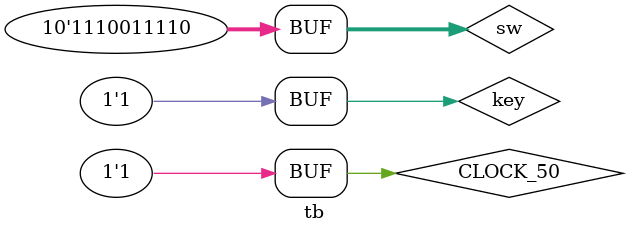
<source format=v>
module part2(input [9:0]SW,
				 input [0:0]KEY,
				 input CLOCK_50,
				 output [6:0]HEX0,
				 output [6:0]HEX1,
				 output [6:0]HEX2,
				 output [6:0]HEX3);

				 
	wire [3:0]bcdmin0,bcdmin1,bcdhour1,bcdhour0;
	wire CLOCK_min,CLOCK_hour;
	wire [6:0]minutes,hours;
	wire [6:0]minSart;
	wire [5:0]hourStart;
	
	assign minSart[6:0] = SW[6:0];
	assign hourStart[5:0] = {3'b0 , SW[9:7]};
	
	Clock_divider minuteClock(CLOCK_50,CLOCK_min);
	
	count countmin(7'd60,CLOCK_min,KEY[0],minSart[6:0],minutes[6:0],CLOCK_hour);
	BintoBCD min(minutes,bcdmin0,bcdmin1);
	BCDto7 min0(bcdmin0,HEX0);
	BCDto7 min1(bcdmin1,HEX1);
	
	count counthour(7'd24,CLOCK_hour,KEY[0],hourStart[5:0],hours[6:0]);
	BintoBCD hour(hours,bcdhour0,bcdhour1);
	BCDto7 hour0(bcdhour0,HEX2);
	BCDto7 hour1(bcdhour1,HEX3);
				 
endmodule

module BCDto7(input [3:0]sw,
				 output [6:0]hex);
				 
	assign hex[0] =  ~(sw[3] | sw[1] | (sw[2] ~^ sw[0]));
	assign hex[1] =  ~(~sw[2] | (sw[0] ~^ sw[1]));
	assign hex[2] =  ~(sw[2] | ~sw[1] | sw[0]);
	assign hex[3] =  ~(~sw[2]&~sw[0] | sw[1]&~sw[0] | sw[2]&~sw[1]&sw[0] | ~sw[2]&sw[1] | sw[3]);
	assign hex[4] =  ~(~sw[2]&~sw[0] | sw[1]&~sw[0]);
	assign hex[5] =  ~(sw[3] | ~sw[1]&~sw[0] | sw[2]&~sw[1] | sw[2]&~sw[0]);
	assign hex[6] =  ~(sw[3] | sw[1]&~sw[0] | sw[2]^sw[1]);
	
endmodule

module BintoBCD(input [6:0]bin,
					 output [3:0]bcd0,bcd1);
			
	assign bcd0 = bin%7'd10;
	assign bcd1 = bin/7'd10;
endmodule

module Clock_divider(input clock_in,
							output reg clock_out);

	reg[31:0] counter=32'd0;
	parameter DIVISOR = 32'd50000000;

	always @(posedge clock_in)
	begin
		counter <= counter + 21'd1;
		if(counter>=(DIVISOR-1))
			counter <= 32'd0;
	end

	always@(posedge clock_in)
	begin
		if (counter < DIVISOR/2 )
			clock_out = 1'b0;
		else 
			clock_out = 1'b1;
	end	
endmodule

module count(input [6:0]countEnd,
				 input Clk,
				 input reset,
				 input [6:0]countInit,
				 output reg [6:0]count,
				 output reg rollOver);

	always@(posedge Clk or negedge reset)
	begin
		if (reset == 0)
			count <=  countInit;
		else
		begin 
			if (Clk ==1)
			begin
				count <= count + 1'b1;
				rollOver = 1'b0;
				
				if (count >= (countEnd - 1'b1))
				begin
					count <= 1'b0;
					rollOver = 1'b1;
				end
			end
		end
	end
				 
endmodule 




module tb();
	reg CLOCK_50;
	reg [9:0]sw;
	reg [0:0]key;
	wire [6:0]hex0,hex1,hex2,hex3;
	
	part2 test(sw,key,CLOCK_50,hex0,hex1,hex2,hex3);
	
	initial begin
		#0 	CLOCK_50 = 1'b0;	key[0] = 1'b1;
		#100 	CLOCK_50 = 1'b0; 
		#100 	CLOCK_50 = 1'b1;
		#100 	CLOCK_50 = 1'b0;
		#100 	CLOCK_50 = 1'b1;
		#100 	CLOCK_50 = 1'b0;
		#100 	CLOCK_50 = 1'b1;
		#100 	CLOCK_50 = 1'b0;
		#100 	CLOCK_50 = 1'b1;
		#100 	CLOCK_50 = 1'b0;
		#100 	CLOCK_50 = 1'b1;
		#100 	CLOCK_50 = 1'b0;
		#100 	CLOCK_50 = 1'b1;
		#100 	CLOCK_50 = 1'b0;
		#100 	CLOCK_50 = 1'b1;
		#100 	CLOCK_50 = 1'b0;
		#100 	CLOCK_50 = 1'b1;
		#100 	CLOCK_50 = 1'b0;
		#100 	CLOCK_50 = 1'b1;
		#100 	CLOCK_50 = 1'b0;
		#100 	CLOCK_50 = 1'b1;
		#100 	CLOCK_50 = 1'b0;
		#100 	CLOCK_50 = 1'b1;
		#100 	CLOCK_50 = 1'b0;
		#100 	CLOCK_50 = 1'b1;
		#100 	CLOCK_50 = 1'b0;
		#100 	CLOCK_50 = 1'b1;
		#100 	CLOCK_50 = 1'b0;
		#100 	CLOCK_50 = 1'b1;
		#100 	CLOCK_50 = 1'b0;
		#100 	CLOCK_50 = 1'b1;
		#100 	CLOCK_50 = 1'b0;
		#100 	CLOCK_50 = 1'b1;
		#100 	CLOCK_50 = 1'b0;
		#100 	CLOCK_50 = 1'b1;
		#100 	CLOCK_50 = 1'b0;
		#100 	CLOCK_50 = 1'b1;
		#100 	CLOCK_50 = 1'b0;
		#100 	CLOCK_50 = 1'b1;
		#100 	CLOCK_50 = 1'b0;
		#100 	CLOCK_50 = 1'b1;
		#100 	CLOCK_50 = 1'b0;
		#100 	CLOCK_50 = 1'b1;
		#100 	CLOCK_50 = 1'b0;
		#100 	CLOCK_50 = 1'b1;
		#100 	CLOCK_50 = 1'b0;
		#100 	CLOCK_50 = 1'b1;
		#100 	CLOCK_50 = 1'b0;
		#100 	CLOCK_50 = 1'b1;
		#100 	CLOCK_50 = 1'b0;
		#100 	CLOCK_50 = 1'b1;
		#100 	CLOCK_50 = 1'b0;
		#100 	CLOCK_50 = 1'b1;
		#100 	CLOCK_50 = 1'b0;
		#100 	CLOCK_50 = 1'b1;
		#100 	CLOCK_50 = 1'b0;
		#100 	CLOCK_50 = 1'b1;
		#100 	CLOCK_50 = 1'b0;
		#100 	CLOCK_50 = 1'b1;
		#100 	CLOCK_50 = 1'b0;
		#100 	CLOCK_50 = 1'b1;
		#100 	CLOCK_50 = 1'b0;
		#100 	CLOCK_50 = 1'b1;
		#100 	CLOCK_50 = 1'b0;
		#100 	CLOCK_50 = 1'b1;
		#100 	CLOCK_50 = 1'b0;
		#100 	CLOCK_50 = 1'b1;
		#100 	CLOCK_50 = 1'b0;
		#100 	CLOCK_50 = 1'b1;
		#100 	CLOCK_50 = 1'b0;
		#100 	CLOCK_50 = 1'b1;
		#100 	CLOCK_50 = 1'b0;
		#100 	CLOCK_50 = 1'b1;
		#100 	CLOCK_50 = 1'b0;
		#100 	CLOCK_50 = 1'b1;
		#100 	CLOCK_50 = 1'b0;
		#100 	CLOCK_50 = 1'b1;
		#100 	CLOCK_50 = 1'b0;
		#100 	CLOCK_50 = 1'b1;
		#100 	CLOCK_50 = 1'b0;
		#100 	CLOCK_50 = 1'b1;
		#100 	CLOCK_50 = 1'b0;
		#100 	CLOCK_50 = 1'b1;
		#100 	CLOCK_50 = 1'b0;
		#100 	CLOCK_50 = 1'b1;
		#100 	CLOCK_50 = 1'b0;
		#100 	CLOCK_50 = 1'b1;
		#100 	CLOCK_50 = 1'b0;
		#100 	CLOCK_50 = 1'b1;
		#100 	CLOCK_50 = 1'b0;	
		#100 	CLOCK_50 = 1'b1;
		#100 	CLOCK_50 = 1'b0;
		#100 	CLOCK_50 = 1'b1;
		#100 	CLOCK_50 = 1'b0;
		#100 	CLOCK_50 = 1'b1;
		#100 	CLOCK_50 = 1'b0;
		#100 	CLOCK_50 = 1'b1;
		#100 	CLOCK_50 = 1'b0;
		#100 	CLOCK_50 = 1'b1;
		#100 	CLOCK_50 = 1'b0;
		#100 	CLOCK_50 = 1'b1;
		#100 	CLOCK_50 = 1'b0;
		#100 	CLOCK_50 = 1'b1;
		#100 	CLOCK_50 = 1'b0;
		#100 	CLOCK_50 = 1'b1;
		#100 	CLOCK_50 = 1'b0;
		#100 	CLOCK_50 = 1'b1;
		#100 	CLOCK_50 = 1'b0;
		#100 	CLOCK_50 = 1'b1;
		#100 	CLOCK_50 = 1'b0;
		#100 	CLOCK_50 = 1'b1;
		#100 	CLOCK_50 = 1'b0;
		#100 	CLOCK_50 = 1'b1;
		#100 	CLOCK_50 = 1'b0;
		#100 	CLOCK_50 = 1'b1;
		#100 	CLOCK_50 = 1'b0;
		#100 	CLOCK_50 = 1'b1;
		#100 	CLOCK_50 = 1'b0;
		#100 	CLOCK_50 = 1'b1;
		#100 	CLOCK_50 = 1'b0;
		#100 	CLOCK_50 = 1'b1;
		#100 	CLOCK_50 = 1'b0;
		#100 	CLOCK_50 = 1'b1;
		#100 	CLOCK_50 = 1'b0;
		#100 	CLOCK_50 = 1'b1;
		#100 	CLOCK_50 = 1'b0;
		#100 	CLOCK_50 = 1'b1;
		#100 	CLOCK_50 = 1'b0;
		#100 	CLOCK_50 = 1'b1;
		#100 	CLOCK_50 = 1'b0;
		#100 	CLOCK_50 = 1'b1;
		#100 	CLOCK_50 = 1'b0;
		#100 	CLOCK_50 = 1'b1;
		#100 	CLOCK_50 = 1'b0;
		#100 	CLOCK_50 = 1'b1;
		#100 	CLOCK_50 = 1'b0;
		#100 	CLOCK_50 = 1'b1;
		#100 	CLOCK_50 = 1'b0;
		#100 	CLOCK_50 = 1'b1;
		#100 	CLOCK_50 = 1'b0;
		#100 	CLOCK_50 = 1'b1;
		#100 	CLOCK_50 = 1'b0;
		#100 	CLOCK_50 = 1'b1;
		#100 	CLOCK_50 = 1'b0;
		#100 	CLOCK_50 = 1'b1;
		#100 	CLOCK_50 = 1'b0;
		#100 	CLOCK_50 = 1'b1;
		#100 	CLOCK_50 = 1'b0;
		#100 	CLOCK_50 = 1'b1;
		#100 	CLOCK_50 = 1'b0;
		#100 	CLOCK_50 = 1'b1;
		#100 	CLOCK_50 = 1'b0;
		#100 	CLOCK_50 = 1'b1;
		#100 	CLOCK_50 = 1'b0;
		#100 	CLOCK_50 = 1'b1;
		#100 	CLOCK_50 = 1'b0;
		#100 	CLOCK_50 = 1'b1;
		#100 	CLOCK_50 = 1'b0;
		#100 	CLOCK_50 = 1'b1;
		#100 	CLOCK_50 = 1'b0;
		#100 	CLOCK_50 = 1'b1;
		#100 	CLOCK_50 = 1'b0;
		#100 	CLOCK_50 = 1'b1;
		#100 	CLOCK_50 = 1'b0;
		#100 	CLOCK_50 = 1'b1;
		#100 	CLOCK_50 = 1'b0;
		#100 	CLOCK_50 = 1'b1;
		#100 	CLOCK_50 = 1'b0;
		#100 	CLOCK_50 = 1'b1;
		#100 	CLOCK_50 = 1'b0;
		#100 	CLOCK_50 = 1'b1;
		#100 	CLOCK_50 = 1'b0;
		#100 	CLOCK_50 = 1'b1;
		#100 	CLOCK_50 = 1'b0;
		#100 	CLOCK_50 = 1'b1;
		#100 	CLOCK_50 = 1'b0;
		#100 	CLOCK_50 = 1'b1;
		#100 	CLOCK_50 = 1'b0;
		#100 	CLOCK_50 = 1'b1;
		#100 	CLOCK_50 = 1'b0;
		#100 	CLOCK_50 = 1'b1;
		#100 	CLOCK_50 = 1'b0;
		#100 	CLOCK_50 = 1'b1;
		#100 	CLOCK_50 = 1'b0;
		#100 	CLOCK_50 = 1'b1;
		#100 	CLOCK_50 = 1'b0;
		#100 	CLOCK_50 = 1'b1;
		#100 	CLOCK_50 = 1'b0;
		#100 	CLOCK_50 = 1'b1;
		#100 	CLOCK_50 = 1'b0;
		#100 	CLOCK_50 = 1'b1;
		#100 	CLOCK_50 = 1'b0;
		#100 	CLOCK_50 = 1'b1;
		#100 	CLOCK_50 = 1'b0;
		#100 	CLOCK_50 = 1'b1;
		#100 	CLOCK_50 = 1'b0;
		#100 	CLOCK_50 = 1'b1;
		#100 	CLOCK_50 = 1'b0;
		#100 	CLOCK_50 = 1'b1;
		#100 	CLOCK_50 = 1'b0;
		#100 	CLOCK_50 = 1'b1;
		#100 	CLOCK_50 = 1'b0;
		#100 	CLOCK_50 = 1'b1;
		#100 	CLOCK_50 = 1'b0;
		#100 	CLOCK_50 = 1'b1;
		#100 	CLOCK_50 = 1'b0;
		#100 	CLOCK_50 = 1'b1;
		#100 	CLOCK_50 = 1'b0;
		#100 	CLOCK_50 = 1'b1;
		#100 	CLOCK_50 = 1'b0;
		#100 	CLOCK_50 = 1'b1;
		#100 	CLOCK_50 = 1'b0;
		#100 	CLOCK_50 = 1'b1;
		#100 	CLOCK_50 = 1'b0;
		#100 	CLOCK_50 = 1'b1;
		#100 	CLOCK_50 = 1'b0;
		#100 	CLOCK_50 = 1'b1;
		#100 	CLOCK_50 = 1'b0;
		#100 	CLOCK_50 = 1'b1;
		#100 	CLOCK_50 = 1'b0;
		#100 	CLOCK_50 = 1'b1;
		#100 	CLOCK_50 = 1'b0;
		#100 	CLOCK_50 = 1'b1;
		#100 	CLOCK_50 = 1'b0;
		#100 	CLOCK_50 = 1'b1;
		#100 	CLOCK_50 = 1'b0;
		#100 	CLOCK_50 = 1'b1;
		#100 	CLOCK_50 = 1'b0;
		#100 	CLOCK_50 = 1'b1;
		#100 	CLOCK_50 = 1'b0;
		#100 	CLOCK_50 = 1'b1;
		#100 	CLOCK_50 = 1'b0;
		#100 	CLOCK_50 = 1'b1;
		#100 	CLOCK_50 = 1'b0;
		#100 	CLOCK_50 = 1'b1;
		#100 	CLOCK_50 = 1'b0;
		#100 	CLOCK_50 = 1'b1;
		#100 	CLOCK_50 = 1'b0;
		#100 	CLOCK_50 = 1'b1;	sw[9:0] = 10'b1110011110;
		#100 	CLOCK_50 = 1'b0;
		#100 	CLOCK_50 = 1'b1;	key[0] = 1'b0;		
		#100 	CLOCK_50 = 1'b0;	key[0] = 1'b0; 
		#100 	CLOCK_50 = 1'b1;	key[0] = 1'b1;
		#100 	CLOCK_50 = 1'b0;
		#100 	CLOCK_50 = 1'b1;
		#100 	CLOCK_50 = 1'b0;
		#100 	CLOCK_50 = 1'b1;
		#100 	CLOCK_50 = 1'b0;
		#100 	CLOCK_50 = 1'b1;
		#100 	CLOCK_50 = 1'b0;
		#100 	CLOCK_50 = 1'b1;
		#100 	CLOCK_50 = 1'b0;
		#100 	CLOCK_50 = 1'b1;
		#100 	CLOCK_50 = 1'b0;
		#100 	CLOCK_50 = 1'b1;
		#100 	CLOCK_50 = 1'b0;
		#100 	CLOCK_50 = 1'b1;
		#100 	CLOCK_50 = 1'b0;
		#100 	CLOCK_50 = 1'b1;
		#100 	CLOCK_50 = 1'b0;
		#100 	CLOCK_50 = 1'b1;
		#100 	CLOCK_50 = 1'b0;
		#100 	CLOCK_50 = 1'b1;
		#100 	CLOCK_50 = 1'b0;
		#100 	CLOCK_50 = 1'b1;
		#100 	CLOCK_50 = 1'b0;
		#100 	CLOCK_50 = 1'b1;
		#100 	CLOCK_50 = 1'b0;
		#100 	CLOCK_50 = 1'b1;
		#100 	CLOCK_50 = 1'b0;
		#100 	CLOCK_50 = 1'b1;
		#100 	CLOCK_50 = 1'b0;
		#100 	CLOCK_50 = 1'b1;
		#100 	CLOCK_50 = 1'b0;
		#100 	CLOCK_50 = 1'b1;
		#100 	CLOCK_50 = 1'b0;
		#100 	CLOCK_50 = 1'b1;
		#100 	CLOCK_50 = 1'b0;
		#100 	CLOCK_50 = 1'b1;
		#100 	CLOCK_50 = 1'b0;
		#100 	CLOCK_50 = 1'b1;
		#100 	CLOCK_50 = 1'b0;
		#100 	CLOCK_50 = 1'b1;
		#100 	CLOCK_50 = 1'b0;
		#100 	CLOCK_50 = 1'b1;
		#100 	CLOCK_50 = 1'b0;
		#100 	CLOCK_50 = 1'b1;
		#100 	CLOCK_50 = 1'b0;
		#100 	CLOCK_50 = 1'b1;
		#100 	CLOCK_50 = 1'b0;
		#100 	CLOCK_50 = 1'b1;
		#100 	CLOCK_50 = 1'b0;
		#100 	CLOCK_50 = 1'b1;
		#100 	CLOCK_50 = 1'b0;
		#100 	CLOCK_50 = 1'b1;
		#100 	CLOCK_50 = 1'b0;
		#100 	CLOCK_50 = 1'b1;
		#100 	CLOCK_50 = 1'b0;
		#100 	CLOCK_50 = 1'b1;
		#100 	CLOCK_50 = 1'b0;
		#100 	CLOCK_50 = 1'b1;
		#100 	CLOCK_50 = 1'b0;
		#100 	CLOCK_50 = 1'b1;
		#100 	CLOCK_50 = 1'b0;
		#100 	CLOCK_50 = 1'b1;
		#100 	CLOCK_50 = 1'b0;
		#100 	CLOCK_50 = 1'b1;
		#100 	CLOCK_50 = 1'b0;
		#100 	CLOCK_50 = 1'b1;
		#100 	CLOCK_50 = 1'b0;
		#100 	CLOCK_50 = 1'b1;
		#100 	CLOCK_50 = 1'b0;
		#100 	CLOCK_50 = 1'b1;
		#100 	CLOCK_50 = 1'b0;
		#100 	CLOCK_50 = 1'b1;
		#100 	CLOCK_50 = 1'b0;
		#100 	CLOCK_50 = 1'b1;
		#100 	CLOCK_50 = 1'b0;
		#100 	CLOCK_50 = 1'b1;
		#100 	CLOCK_50 = 1'b0;
		#100 	CLOCK_50 = 1'b1;
		#100 	CLOCK_50 = 1'b0;
		#100 	CLOCK_50 = 1'b1;
		#100 	CLOCK_50 = 1'b0;
		#100 	CLOCK_50 = 1'b1;
		#100 	CLOCK_50 = 1'b0;
		#100 	CLOCK_50 = 1'b1;
		#100 	CLOCK_50 = 1'b0;
		#100 	CLOCK_50 = 1'b1;
		#100 	CLOCK_50 = 1'b0;
		#100 	CLOCK_50 = 1'b1;
		#100 	CLOCK_50 = 1'b0;
		#100 	CLOCK_50 = 1'b1;
		#100 	CLOCK_50 = 1'b0;
		#100 	CLOCK_50 = 1'b1;
		#100 	CLOCK_50 = 1'b0;
		#100 	CLOCK_50 = 1'b1;
		#100 	CLOCK_50 = 1'b0;
		#100 	CLOCK_50 = 1'b1;
		#100 	CLOCK_50 = 1'b0;
		#100 	CLOCK_50 = 1'b1;
		#100 	CLOCK_50 = 1'b0;
		#100 	CLOCK_50 = 1'b1;
		#100 	CLOCK_50 = 1'b0;
		#100 	CLOCK_50 = 1'b1;
		#100 	CLOCK_50 = 1'b0;
		#100 	CLOCK_50 = 1'b1;
		#100 	CLOCK_50 = 1'b0;
		#100 	CLOCK_50 = 1'b1;
		#100 	CLOCK_50 = 1'b0;
		#100 	CLOCK_50 = 1'b1;
		#100 	CLOCK_50 = 1'b0;
		#100 	CLOCK_50 = 1'b1;
		#100 	CLOCK_50 = 1'b0;
		#100 	CLOCK_50 = 1'b1;
		#100 	CLOCK_50 = 1'b0;
		#100 	CLOCK_50 = 1'b1;
		#100 	CLOCK_50 = 1'b0;
		#100 	CLOCK_50 = 1'b1;
		#100 	CLOCK_50 = 1'b0;
		#100 	CLOCK_50 = 1'b1;
		#100 	CLOCK_50 = 1'b0;
		#100 	CLOCK_50 = 1'b1;
		#100 	CLOCK_50 = 1'b0;
		#100 	CLOCK_50 = 1'b1;
		#100 	CLOCK_50 = 1'b0;
		#100 	CLOCK_50 = 1'b1;
		#100 	CLOCK_50 = 1'b0;
		#100 	CLOCK_50 = 1'b1;
		#100 	CLOCK_50 = 1'b0;
		#100 	CLOCK_50 = 1'b1;
		#100 	CLOCK_50 = 1'b0;
		#100 	CLOCK_50 = 1'b1;
		#100 	CLOCK_50 = 1'b0;
		#100 	CLOCK_50 = 1'b1;
		#100 	CLOCK_50 = 1'b0;
		#100 	CLOCK_50 = 1'b1;
		#100 	CLOCK_50 = 1'b0;
		#100 	CLOCK_50 = 1'b1;
		#100 	CLOCK_50 = 1'b0;
		#100 	CLOCK_50 = 1'b1;
		#100 	CLOCK_50 = 1'b0;
		#100 	CLOCK_50 = 1'b1;
		#100 	CLOCK_50 = 1'b0;
		#100 	CLOCK_50 = 1'b1;
		#100 	CLOCK_50 = 1'b0;
		#100 	CLOCK_50 = 1'b1;
		#100 	CLOCK_50 = 1'b0;
		#100 	CLOCK_50 = 1'b1;
		#100 	CLOCK_50 = 1'b0;
		#100 	CLOCK_50 = 1'b1;
		#100 	CLOCK_50 = 1'b0;
		#100 	CLOCK_50 = 1'b1;
		#100 	CLOCK_50 = 1'b0;
		#100 	CLOCK_50 = 1'b1;
		#100 	CLOCK_50 = 1'b0;
		#100 	CLOCK_50 = 1'b1;
		#100 	CLOCK_50 = 1'b0;
		#100 	CLOCK_50 = 1'b1;
		#100 	CLOCK_50 = 1'b0;
		#100 	CLOCK_50 = 1'b1;
		#100 	CLOCK_50 = 1'b0;
		#100 	CLOCK_50 = 1'b1;
		#100 	CLOCK_50 = 1'b0;
		#100 	CLOCK_50 = 1'b1;
		#100 	CLOCK_50 = 1'b0;
		#100 	CLOCK_50 = 1'b1;
		#100 	CLOCK_50 = 1'b0;
		#100 	CLOCK_50 = 1'b1;
		#100 	CLOCK_50 = 1'b0;
		#100 	CLOCK_50 = 1'b1;
		#100 	CLOCK_50 = 1'b0;
		#100 	CLOCK_50 = 1'b1;
		#100 	CLOCK_50 = 1'b0;
		#100 	CLOCK_50 = 1'b1;
		#100 	CLOCK_50 = 1'b0;
		#100 	CLOCK_50 = 1'b1;
		#100 	CLOCK_50 = 1'b0;
		#100 	CLOCK_50 = 1'b1;
		#100 	CLOCK_50 = 1'b0;
		#100 	CLOCK_50 = 1'b1;
		#100 	CLOCK_50 = 1'b0;
		#100 	CLOCK_50 = 1'b1;
		#100 	CLOCK_50 = 1'b0;
		#100 	CLOCK_50 = 1'b1;
		#100 	CLOCK_50 = 1'b0;
		#100 	CLOCK_50 = 1'b1;
		#100 	CLOCK_50 = 1'b0;
		#100 	CLOCK_50 = 1'b1;
		#100 	CLOCK_50 = 1'b0;
		#100 	CLOCK_50 = 1'b1;
		#100 	CLOCK_50 = 1'b0;
		#100 	CLOCK_50 = 1'b1;
		#100 	CLOCK_50 = 1'b0;
		#100 	CLOCK_50 = 1'b1;
		#100 	CLOCK_50 = 1'b0;
		#100 	CLOCK_50 = 1'b1;
		#100 	CLOCK_50 = 1'b0;
		#100 	CLOCK_50 = 1'b1;
		#100 	CLOCK_50 = 1'b0;
		#100 	CLOCK_50 = 1'b1;
		#100 	CLOCK_50 = 1'b0;
		#100 	CLOCK_50 = 1'b1;
		#100 	CLOCK_50 = 1'b0;
		#100 	CLOCK_50 = 1'b1;
		#100 	CLOCK_50 = 1'b0;
		#100 	CLOCK_50 = 1'b1;
		#100 	CLOCK_50 = 1'b0;
		#100 	CLOCK_50 = 1'b1;
		#100 	CLOCK_50 = 1'b0;
		#100 	CLOCK_50 = 1'b1;
		#100 	CLOCK_50 = 1'b0;
		#100 	CLOCK_50 = 1'b1;
		#100 	CLOCK_50 = 1'b0;
		#100 	CLOCK_50 = 1'b1;
		#100 	CLOCK_50 = 1'b0;
		#100 	CLOCK_50 = 1'b1;
		#100 	CLOCK_50 = 1'b0;
		#100 	CLOCK_50 = 1'b1;
		#100 	CLOCK_50 = 1'b0;
		#100 	CLOCK_50 = 1'b1;
		#100 	CLOCK_50 = 1'b0;
		#100 	CLOCK_50 = 1'b1;
		#100 	CLOCK_50 = 1'b0;
		#100 	CLOCK_50 = 1'b1;
		#100 	CLOCK_50 = 1'b0;
		#100 	CLOCK_50 = 1'b1;
		#100 	CLOCK_50 = 1'b0;
		#100 	CLOCK_50 = 1'b1;
		#100 	CLOCK_50 = 1'b0;
		#100 	CLOCK_50 = 1'b1;
		#100 	CLOCK_50 = 1'b0;
		#100 	CLOCK_50 = 1'b1;
		#100 	CLOCK_50 = 1'b0;
		#100 	CLOCK_50 = 1'b1;
		#100 	CLOCK_50 = 1'b0;
		#100 	CLOCK_50 = 1'b1;
		#100 	CLOCK_50 = 1'b0;
		#100 	CLOCK_50 = 1'b1;
		#100 	CLOCK_50 = 1'b0;
		#100 	CLOCK_50 = 1'b1;
		#100 	CLOCK_50 = 1'b0;
		#100 	CLOCK_50 = 1'b1;
		#100 	CLOCK_50 = 1'b0;
		#100 	CLOCK_50 = 1'b1;
		#100 	CLOCK_50 = 1'b0;
		#100 	CLOCK_50 = 1'b1;
		#100 	CLOCK_50 = 1'b0;
		#100 	CLOCK_50 = 1'b1;
		#100 	CLOCK_50 = 1'b0;
		#100 	CLOCK_50 = 1'b1;
		#100 	CLOCK_50 = 1'b0;
		#100 	CLOCK_50 = 1'b1;
		#100 	CLOCK_50 = 1'b0;
		#100 	CLOCK_50 = 1'b1;
		#100 	CLOCK_50 = 1'b0;
		#100 	CLOCK_50 = 1'b1;
		#100 	CLOCK_50 = 1'b0;
		#100 	CLOCK_50 = 1'b1;
		#100 	CLOCK_50 = 1'b0;
		#100 	CLOCK_50 = 1'b1;
		#100 	CLOCK_50 = 1'b0;
		#100 	CLOCK_50 = 1'b1;
		#100 	CLOCK_50 = 1'b0;
		#100 	CLOCK_50 = 1'b1;
		#100 	CLOCK_50 = 1'b0;
		#100 	CLOCK_50 = 1'b1;
		#100 	CLOCK_50 = 1'b0;
		#100 	CLOCK_50 = 1'b1;
		#100 	CLOCK_50 = 1'b0;
		#100 	CLOCK_50 = 1'b1;
		#100 	CLOCK_50 = 1'b0;
		#100 	CLOCK_50 = 1'b1;
		#100 	CLOCK_50 = 1'b0;
		#100 	CLOCK_50 = 1'b1;
		#100 	CLOCK_50 = 1'b0;
		#100 	CLOCK_50 = 1'b1;
		#100 	CLOCK_50 = 1'b0;
		#100 	CLOCK_50 = 1'b1;
		#100 	CLOCK_50 = 1'b0;
		#100 	CLOCK_50 = 1'b1;
		#100 	CLOCK_50 = 1'b0;
		#100 	CLOCK_50 = 1'b1;
		#100 	CLOCK_50 = 1'b0;
		#100 	CLOCK_50 = 1'b1;
		#100 	CLOCK_50 = 1'b0;
		#100 	CLOCK_50 = 1'b1;
		#100 	CLOCK_50 = 1'b0;
		#100 	CLOCK_50 = 1'b1;
		#100 	CLOCK_50 = 1'b0;
		#100 	CLOCK_50 = 1'b1;
		#100 	CLOCK_50 = 1'b0;
		#100 	CLOCK_50 = 1'b1;
		#100 	CLOCK_50 = 1'b0;
		#100 	CLOCK_50 = 1'b1;
		#100 	CLOCK_50 = 1'b0;
		#100 	CLOCK_50 = 1'b1;
		#100 	CLOCK_50 = 1'b0;
		#100 	CLOCK_50 = 1'b1;
		#100 	CLOCK_50 = 1'b0;
		#100 	CLOCK_50 = 1'b1;
		#100 	CLOCK_50 = 1'b0;
		#100 	CLOCK_50 = 1'b1;
		#100 	CLOCK_50 = 1'b0;
		#100 	CLOCK_50 = 1'b1;
		#100 	CLOCK_50 = 1'b0;
		#100 	CLOCK_50 = 1'b1;
		#100 	CLOCK_50 = 1'b0;
		#100 	CLOCK_50 = 1'b1;
		#100 	CLOCK_50 = 1'b0;
		#100 	CLOCK_50 = 1'b1;
		#100 	CLOCK_50 = 1'b0;
		#100 	CLOCK_50 = 1'b1;
		#100 	CLOCK_50 = 1'b0;
		#100 	CLOCK_50 = 1'b1;
		#100 	CLOCK_50 = 1'b0;
		#100 	CLOCK_50 = 1'b1;
		#100 	CLOCK_50 = 1'b0;
		#100 	CLOCK_50 = 1'b1;
		#100 	CLOCK_50 = 1'b0;
		#100 	CLOCK_50 = 1'b1;
		#100 	CLOCK_50 = 1'b0;
		#100 	CLOCK_50 = 1'b1;
		#100 	CLOCK_50 = 1'b0;
		#100 	CLOCK_50 = 1'b1;
		#100 	CLOCK_50 = 1'b0;
		#100 	CLOCK_50 = 1'b1;
		#100 	CLOCK_50 = 1'b0;
		#100 	CLOCK_50 = 1'b1;
		#100 	CLOCK_50 = 1'b0;
		#100 	CLOCK_50 = 1'b1;
		#100 	CLOCK_50 = 1'b0;
		#100 	CLOCK_50 = 1'b1;
		#100 	CLOCK_50 = 1'b0;
		#100 	CLOCK_50 = 1'b1;
		#100 	CLOCK_50 = 1'b0;
		#100 	CLOCK_50 = 1'b1;
		#100 	CLOCK_50 = 1'b0;
		#100 	CLOCK_50 = 1'b1;
		#100 	CLOCK_50 = 1'b0;
		#100 	CLOCK_50 = 1'b1;
		#100 	CLOCK_50 = 1'b0;
		#100 	CLOCK_50 = 1'b1;
		#100 	CLOCK_50 = 1'b0;
		#100 	CLOCK_50 = 1'b1;
		#100 	CLOCK_50 = 1'b0;
		#100 	CLOCK_50 = 1'b1;
		#100 	CLOCK_50 = 1'b0;
		#100 	CLOCK_50 = 1'b1;
		#100 	CLOCK_50 = 1'b0;
		#100 	CLOCK_50 = 1'b1;
		#100 	CLOCK_50 = 1'b0;
		#100 	CLOCK_50 = 1'b1;
		#100 	CLOCK_50 = 1'b0;
		#100 	CLOCK_50 = 1'b1;
		#100 	CLOCK_50 = 1'b0;
		#100 	CLOCK_50 = 1'b1;
		#100 	CLOCK_50 = 1'b0;
		#100 	CLOCK_50 = 1'b1;
		#100 	CLOCK_50 = 1'b0;
		#100 	CLOCK_50 = 1'b1;
		#100 	CLOCK_50 = 1'b0;
		#100 	CLOCK_50 = 1'b1;
		#100 	CLOCK_50 = 1'b0;
		#100 	CLOCK_50 = 1'b1;
		#100 	CLOCK_50 = 1'b0;
		#100 	CLOCK_50 = 1'b1;
		#100 	CLOCK_50 = 1'b0;
		#100 	CLOCK_50 = 1'b1;
		#100 	CLOCK_50 = 1'b0;
		#100 	CLOCK_50 = 1'b1;
		#100 	CLOCK_50 = 1'b0;
		#100 	CLOCK_50 = 1'b1;
		#100 	CLOCK_50 = 1'b0;
		#100 	CLOCK_50 = 1'b1;
		#100 	CLOCK_50 = 1'b0;
		#100 	CLOCK_50 = 1'b1;
		#100 	CLOCK_50 = 1'b0;
		#100 	CLOCK_50 = 1'b1;
		#100 	CLOCK_50 = 1'b0;
		#100 	CLOCK_50 = 1'b1;
		#100 	CLOCK_50 = 1'b0;
		#100 	CLOCK_50 = 1'b1;
		#100 	CLOCK_50 = 1'b0;
		#100 	CLOCK_50 = 1'b1;
		#100 	CLOCK_50 = 1'b0;
		#100 	CLOCK_50 = 1'b1;
		#100 	CLOCK_50 = 1'b0;
		#100 	CLOCK_50 = 1'b1;
		#100 	CLOCK_50 = 1'b0;
		#100 	CLOCK_50 = 1'b1;
		#100 	CLOCK_50 = 1'b0;
		#100 	CLOCK_50 = 1'b1;
		#100 	CLOCK_50 = 1'b0;
		#100 	CLOCK_50 = 1'b1;
		#100 	CLOCK_50 = 1'b0;
		#100 	CLOCK_50 = 1'b1;
		#100 	CLOCK_50 = 1'b0;
		#100 	CLOCK_50 = 1'b1;
		#100 	CLOCK_50 = 1'b0;
		#100 	CLOCK_50 = 1'b1;
		#100 	CLOCK_50 = 1'b0;
		#100 	CLOCK_50 = 1'b1;
		#100 	CLOCK_50 = 1'b0;
		#100 	CLOCK_50 = 1'b1;
		#100 	CLOCK_50 = 1'b0;
		#100 	CLOCK_50 = 1'b1;
		#100 	CLOCK_50 = 1'b0;
		#100 	CLOCK_50 = 1'b1;
		#100 	CLOCK_50 = 1'b0;
		#100 	CLOCK_50 = 1'b1;
		#100 	CLOCK_50 = 1'b0;
		#100 	CLOCK_50 = 1'b1;
		#100 	CLOCK_50 = 1'b0;
		#100 	CLOCK_50 = 1'b1;
		#100 	CLOCK_50 = 1'b0;
		#100 	CLOCK_50 = 1'b1;
		#100 	CLOCK_50 = 1'b0;
		#100 	CLOCK_50 = 1'b1;
		#100 	CLOCK_50 = 1'b0;
		#100 	CLOCK_50 = 1'b1;
		#100 	CLOCK_50 = 1'b0;
		#100 	CLOCK_50 = 1'b1;
		#100 	CLOCK_50 = 1'b0;
		#100 	CLOCK_50 = 1'b1;
		#100 	CLOCK_50 = 1'b0;
		#100 	CLOCK_50 = 1'b1;
		#100 	CLOCK_50 = 1'b0;
		#100 	CLOCK_50 = 1'b1;
		#100 	CLOCK_50 = 1'b0;
		#100 	CLOCK_50 = 1'b1;
		#100 	CLOCK_50 = 1'b0;
		#100 	CLOCK_50 = 1'b1;
		#100 	CLOCK_50 = 1'b0;
		#100 	CLOCK_50 = 1'b1;
		#100 	CLOCK_50 = 1'b0;
		#100 	CLOCK_50 = 1'b1;
		#100 	CLOCK_50 = 1'b0;
		#100 	CLOCK_50 = 1'b1;
		#100 	CLOCK_50 = 1'b0;
		#100 	CLOCK_50 = 1'b1;
		#100 	CLOCK_50 = 1'b0;
		#100 	CLOCK_50 = 1'b1;
		#100 	CLOCK_50 = 1'b0;
		#100 	CLOCK_50 = 1'b1;
		#100 	CLOCK_50 = 1'b0;
		#100 	CLOCK_50 = 1'b1;
		#100 	CLOCK_50 = 1'b0;
		#100 	CLOCK_50 = 1'b1;
		#100 	CLOCK_50 = 1'b0;
		#100 	CLOCK_50 = 1'b1;
		#100 	CLOCK_50 = 1'b0;
		#100 	CLOCK_50 = 1'b1;
		#100 	CLOCK_50 = 1'b0;
		#100 	CLOCK_50 = 1'b1;
		#100 	CLOCK_50 = 1'b0;
		#100 	CLOCK_50 = 1'b1;
		#100 	CLOCK_50 = 1'b0;
		#100 	CLOCK_50 = 1'b1;
		#100 	CLOCK_50 = 1'b0;
		#100 	CLOCK_50 = 1'b1;
		#100 	CLOCK_50 = 1'b0;
		#100 	CLOCK_50 = 1'b1;
		#100 	CLOCK_50 = 1'b0;
		#100 	CLOCK_50 = 1'b1;
		#100 	CLOCK_50 = 1'b0;
		#100 	CLOCK_50 = 1'b1;
		#100 	CLOCK_50 = 1'b0;
		#100 	CLOCK_50 = 1'b1;
		#100 	CLOCK_50 = 1'b0;
		#100 	CLOCK_50 = 1'b1;
		#100 	CLOCK_50 = 1'b0;
		#100 	CLOCK_50 = 1'b1;
		#100 	CLOCK_50 = 1'b0;
		#100 	CLOCK_50 = 1'b1;
		#100 	CLOCK_50 = 1'b0;
		#100 	CLOCK_50 = 1'b1;
		#100 	CLOCK_50 = 1'b0;
		#100 	CLOCK_50 = 1'b1;
		#100 	CLOCK_50 = 1'b0;
		#100 	CLOCK_50 = 1'b1;
		#100 	CLOCK_50 = 1'b0;
		#100 	CLOCK_50 = 1'b1;
		#100 	CLOCK_50 = 1'b0;
		#100 	CLOCK_50 = 1'b1;
		#100 	CLOCK_50 = 1'b0;
		#100 	CLOCK_50 = 1'b1;
		#100 	CLOCK_50 = 1'b0;
		#100 	CLOCK_50 = 1'b1;
		#100 	CLOCK_50 = 1'b0;
		#100 	CLOCK_50 = 1'b1;
		#100 	CLOCK_50 = 1'b0;
		#100 	CLOCK_50 = 1'b1;
		#100 	CLOCK_50 = 1'b0;
		#100 	CLOCK_50 = 1'b1;
		#100 	CLOCK_50 = 1'b0;
		#100 	CLOCK_50 = 1'b1;
		#100 	CLOCK_50 = 1'b0;
		#100 	CLOCK_50 = 1'b1;
		#100 	CLOCK_50 = 1'b0;
		#100 	CLOCK_50 = 1'b1;
		#100 	CLOCK_50 = 1'b0;
		#100 	CLOCK_50 = 1'b1;
		#100 	CLOCK_50 = 1'b0;
		#100 	CLOCK_50 = 1'b1;
		#100 	CLOCK_50 = 1'b0;
		#100 	CLOCK_50 = 1'b1;
		#100 	CLOCK_50 = 1'b0;
		#100 	CLOCK_50 = 1'b1;
		#100 	CLOCK_50 = 1'b0;
		#100 	CLOCK_50 = 1'b1;
		#100 	CLOCK_50 = 1'b0;
		#100 	CLOCK_50 = 1'b1;
		#100 	CLOCK_50 = 1'b0;
		#100 	CLOCK_50 = 1'b1;
		#100 	CLOCK_50 = 1'b0;
		#100 	CLOCK_50 = 1'b1;
		#100 	CLOCK_50 = 1'b0;
		#100 	CLOCK_50 = 1'b1;
		#100 	CLOCK_50 = 1'b0;
		#100 	CLOCK_50 = 1'b1;
		#100 	CLOCK_50 = 1'b0;
		#100 	CLOCK_50 = 1'b1;
		#100 	CLOCK_50 = 1'b0;
		#100 	CLOCK_50 = 1'b1;
		#100 	CLOCK_50 = 1'b0;
		#100 	CLOCK_50 = 1'b1;
		#100 	CLOCK_50 = 1'b0;
		#100 	CLOCK_50 = 1'b1;
		#100 	CLOCK_50 = 1'b0;
		#100 	CLOCK_50 = 1'b1;
		#100 	CLOCK_50 = 1'b0;
		#100 	CLOCK_50 = 1'b1;
		#100 	CLOCK_50 = 1'b0;
		#100 	CLOCK_50 = 1'b1;
		#100 	CLOCK_50 = 1'b0;
		#100 	CLOCK_50 = 1'b1;
		#100 	CLOCK_50 = 1'b0;
		#100 	CLOCK_50 = 1'b1;
		#100 	CLOCK_50 = 1'b0;
		#100 	CLOCK_50 = 1'b1;
		#100 	CLOCK_50 = 1'b0;
		#100 	CLOCK_50 = 1'b1;
		#100 	CLOCK_50 = 1'b0;
		#100 	CLOCK_50 = 1'b1;
		#100 	CLOCK_50 = 1'b0;
		#100 	CLOCK_50 = 1'b1;
		#100 	CLOCK_50 = 1'b0;
		#100 	CLOCK_50 = 1'b1;
		#100 	CLOCK_50 = 1'b0;
		#100 	CLOCK_50 = 1'b1;
		#100 	CLOCK_50 = 1'b0;
		#100 	CLOCK_50 = 1'b1;
		#100 	CLOCK_50 = 1'b0;
		#100 	CLOCK_50 = 1'b1;
		#100 	CLOCK_50 = 1'b0;
		#100 	CLOCK_50 = 1'b1;
		#100 	CLOCK_50 = 1'b0;
		#100 	CLOCK_50 = 1'b1;
		#100 	CLOCK_50 = 1'b0;
		#100 	CLOCK_50 = 1'b1;
		#100 	CLOCK_50 = 1'b0;
		#100 	CLOCK_50 = 1'b1;
		#100 	CLOCK_50 = 1'b0;
		#100 	CLOCK_50 = 1'b1;
		#100 	CLOCK_50 = 1'b0;
		#100 	CLOCK_50 = 1'b1;
		#100 	CLOCK_50 = 1'b0;
		#100 	CLOCK_50 = 1'b1;
		#100 	CLOCK_50 = 1'b0;
		#100 	CLOCK_50 = 1'b1;
		#100 	CLOCK_50 = 1'b0;
		#100 	CLOCK_50 = 1'b1;
		#100 	CLOCK_50 = 1'b0;
		#100 	CLOCK_50 = 1'b1;
		#100 	CLOCK_50 = 1'b0;
		#100 	CLOCK_50 = 1'b1;
		#100 	CLOCK_50 = 1'b0;
		#100 	CLOCK_50 = 1'b1;
		#100 	CLOCK_50 = 1'b0;
		#100 	CLOCK_50 = 1'b1;
		#100 	CLOCK_50 = 1'b0;
		#100 	CLOCK_50 = 1'b1;
		#100 	CLOCK_50 = 1'b0;
		#100 	CLOCK_50 = 1'b1;
		#100 	CLOCK_50 = 1'b0;
		#100 	CLOCK_50 = 1'b1;
		#100 	CLOCK_50 = 1'b0;
		#100 	CLOCK_50 = 1'b1;
		#100 	CLOCK_50 = 1'b0;
		#100 	CLOCK_50 = 1'b1;
		#100 	CLOCK_50 = 1'b0;
		#100 	CLOCK_50 = 1'b1;
		#100 	CLOCK_50 = 1'b0;
		#100 	CLOCK_50 = 1'b1;
		#100 	CLOCK_50 = 1'b0;
		#100 	CLOCK_50 = 1'b1;
		#100 	CLOCK_50 = 1'b0;
		#100 	CLOCK_50 = 1'b1;
		#100 	CLOCK_50 = 1'b0;
		#100 	CLOCK_50 = 1'b1;
		#100 	CLOCK_50 = 1'b0;
		#100 	CLOCK_50 = 1'b1;
		#100 	CLOCK_50 = 1'b0;
		#100 	CLOCK_50 = 1'b1;
		#100 	CLOCK_50 = 1'b0;
		#100 	CLOCK_50 = 1'b1;
		#100 	CLOCK_50 = 1'b0;
		#100 	CLOCK_50 = 1'b1;
		#100 	CLOCK_50 = 1'b0;
		#100 	CLOCK_50 = 1'b1;
		#100 	CLOCK_50 = 1'b0;
		#100 	CLOCK_50 = 1'b1;
		#100 	CLOCK_50 = 1'b0;
		#100 	CLOCK_50 = 1'b1;
		#100 	CLOCK_50 = 1'b0;
		#100 	CLOCK_50 = 1'b1;
		#100 	CLOCK_50 = 1'b0;
		#100 	CLOCK_50 = 1'b1;
		#100 	CLOCK_50 = 1'b0;
		#100 	CLOCK_50 = 1'b1;
		#100 	CLOCK_50 = 1'b0;
		#100 	CLOCK_50 = 1'b1;
		#100 	CLOCK_50 = 1'b0;
		#100 	CLOCK_50 = 1'b1;
		#100 	CLOCK_50 = 1'b0;
		#100 	CLOCK_50 = 1'b1;
		#100 	CLOCK_50 = 1'b0;
		#100 	CLOCK_50 = 1'b1;
		#100 	CLOCK_50 = 1'b0;
		#100 	CLOCK_50 = 1'b1;
		#100 	CLOCK_50 = 1'b0;
		#100 	CLOCK_50 = 1'b1;
		#100 	CLOCK_50 = 1'b0;
		#100 	CLOCK_50 = 1'b1;
		#100 	CLOCK_50 = 1'b0;
		#100 	CLOCK_50 = 1'b1;
		#100 	CLOCK_50 = 1'b0;
		#100 	CLOCK_50 = 1'b1;
		#100 	CLOCK_50 = 1'b0;
		#100 	CLOCK_50 = 1'b1;
		#100 	CLOCK_50 = 1'b0;
		#100 	CLOCK_50 = 1'b1;
		#100 	CLOCK_50 = 1'b0;
		#100 	CLOCK_50 = 1'b1;
		#100 	CLOCK_50 = 1'b0;
		#100 	CLOCK_50 = 1'b1;
		#100 	CLOCK_50 = 1'b0;
		#100 	CLOCK_50 = 1'b1;
		#100 	CLOCK_50 = 1'b0;
		#100 	CLOCK_50 = 1'b1;
		#100 	CLOCK_50 = 1'b0;
		#100 	CLOCK_50 = 1'b1;
		#100 	CLOCK_50 = 1'b0;
		#100 	CLOCK_50 = 1'b1;
		#100 	CLOCK_50 = 1'b0;
		#100 	CLOCK_50 = 1'b1;
		#100 	CLOCK_50 = 1'b0;
		#100 	CLOCK_50 = 1'b1;
		#100 	CLOCK_50 = 1'b0;
		#100 	CLOCK_50 = 1'b1;
		#100 	CLOCK_50 = 1'b0;
		#100 	CLOCK_50 = 1'b1;
		#100 	CLOCK_50 = 1'b0;
		#100 	CLOCK_50 = 1'b1;
		#100 	CLOCK_50 = 1'b0;
		#100 	CLOCK_50 = 1'b1;
		#100 	CLOCK_50 = 1'b0;
		#100 	CLOCK_50 = 1'b1;
		#100 	CLOCK_50 = 1'b0;
		#100 	CLOCK_50 = 1'b1;
		#100 	CLOCK_50 = 1'b0;
		#100 	CLOCK_50 = 1'b1;
		#100 	CLOCK_50 = 1'b0;
		#100 	CLOCK_50 = 1'b1;
		#100 	CLOCK_50 = 1'b0;
		#100 	CLOCK_50 = 1'b1;
		#100 	CLOCK_50 = 1'b0;
		#100 	CLOCK_50 = 1'b1;
		#100 	CLOCK_50 = 1'b0;
		#100 	CLOCK_50 = 1'b1;
		#100 	CLOCK_50 = 1'b0;
		#100 	CLOCK_50 = 1'b1;
		#100 	CLOCK_50 = 1'b0;
		#100 	CLOCK_50 = 1'b1;
		#100 	CLOCK_50 = 1'b0;
		#100 	CLOCK_50 = 1'b1;
		#100 	CLOCK_50 = 1'b0;
		#100 	CLOCK_50 = 1'b1;
		#100 	CLOCK_50 = 1'b0;
		#100 	CLOCK_50 = 1'b1;
		#100 	CLOCK_50 = 1'b0;
		#100 	CLOCK_50 = 1'b1;
		#100 	CLOCK_50 = 1'b0;
		#100 	CLOCK_50 = 1'b1;
		#100 	CLOCK_50 = 1'b0;
		#100 	CLOCK_50 = 1'b1;
		#100 	CLOCK_50 = 1'b0;
		#100 	CLOCK_50 = 1'b1;
		#100 	CLOCK_50 = 1'b0;
		#100 	CLOCK_50 = 1'b1;
		#100 	CLOCK_50 = 1'b0;
		#100 	CLOCK_50 = 1'b1;
		#100 	CLOCK_50 = 1'b0;
		#100 	CLOCK_50 = 1'b1;
		#100 	CLOCK_50 = 1'b0;
		#100 	CLOCK_50 = 1'b1;
		#100 	CLOCK_50 = 1'b0;
		#100 	CLOCK_50 = 1'b1;
		#100 	CLOCK_50 = 1'b0;
		#100 	CLOCK_50 = 1'b1;
		#100 	CLOCK_50 = 1'b0;
		#100 	CLOCK_50 = 1'b1;
		#100 	CLOCK_50 = 1'b0;
		#100 	CLOCK_50 = 1'b1;
		#100 	CLOCK_50 = 1'b0;
		#100 	CLOCK_50 = 1'b1;
		#100 	CLOCK_50 = 1'b0;
		#100 	CLOCK_50 = 1'b1;
		#100 	CLOCK_50 = 1'b0;
		#100 	CLOCK_50 = 1'b1;
		#100 	CLOCK_50 = 1'b0;
		#100 	CLOCK_50 = 1'b1;
		#100 	CLOCK_50 = 1'b0;
		#100 	CLOCK_50 = 1'b1;
		#100 	CLOCK_50 = 1'b0;
		#100 	CLOCK_50 = 1'b1;
		#100 	CLOCK_50 = 1'b0;
		#100 	CLOCK_50 = 1'b1;
		#100 	CLOCK_50 = 1'b0;
		#100 	CLOCK_50 = 1'b1;
		#100 	CLOCK_50 = 1'b0;
		#100 	CLOCK_50 = 1'b1;
		#100 	CLOCK_50 = 1'b0;
		#100 	CLOCK_50 = 1'b1;
		#100 	CLOCK_50 = 1'b0;
		#100 	CLOCK_50 = 1'b1;
		#100 	CLOCK_50 = 1'b0;
		#100 	CLOCK_50 = 1'b1;
		#100 	CLOCK_50 = 1'b0;
		#100 	CLOCK_50 = 1'b1;
		#100 	CLOCK_50 = 1'b0;
		#100 	CLOCK_50 = 1'b1;
		#100 	CLOCK_50 = 1'b0;
		#100 	CLOCK_50 = 1'b1;
		#100 	CLOCK_50 = 1'b0;
		#100 	CLOCK_50 = 1'b1;
		#100 	CLOCK_50 = 1'b0;
		#100 	CLOCK_50 = 1'b1;
		#100 	CLOCK_50 = 1'b0;
		#100 	CLOCK_50 = 1'b1;
		#100 	CLOCK_50 = 1'b0;
		#100 	CLOCK_50 = 1'b1;
		#100 	CLOCK_50 = 1'b0;
		#100 	CLOCK_50 = 1'b1;
		#100 	CLOCK_50 = 1'b0;
		#100 	CLOCK_50 = 1'b1;
		#100 	CLOCK_50 = 1'b0;
		#100 	CLOCK_50 = 1'b1;
		#100 	CLOCK_50 = 1'b0;
		#100 	CLOCK_50 = 1'b1;
		#100 	CLOCK_50 = 1'b0;
		#100 	CLOCK_50 = 1'b1;
		#100 	CLOCK_50 = 1'b0;
		#100 	CLOCK_50 = 1'b1;
		#100 	CLOCK_50 = 1'b0;
		#100 	CLOCK_50 = 1'b1;
		#100 	CLOCK_50 = 1'b0;
		#100 	CLOCK_50 = 1'b1;
		#100 	CLOCK_50 = 1'b0;
		#100 	CLOCK_50 = 1'b1;
		#100 	CLOCK_50 = 1'b0;
		#100 	CLOCK_50 = 1'b1;
		#100 	CLOCK_50 = 1'b0;
		#100 	CLOCK_50 = 1'b1;
		#100 	CLOCK_50 = 1'b0;
		#100 	CLOCK_50 = 1'b1;
		#100 	CLOCK_50 = 1'b0;
		#100 	CLOCK_50 = 1'b1;
		#100 	CLOCK_50 = 1'b0;
		#100 	CLOCK_50 = 1'b1;
		#100 	CLOCK_50 = 1'b0;
		#100 	CLOCK_50 = 1'b1;
		#100 	CLOCK_50 = 1'b0;
		#100 	CLOCK_50 = 1'b1;
		#100 	CLOCK_50 = 1'b0;
		#100 	CLOCK_50 = 1'b1;
		#100 	CLOCK_50 = 1'b0;
		#100 	CLOCK_50 = 1'b1;
		#100 	CLOCK_50 = 1'b0;
		#100 	CLOCK_50 = 1'b1;
		#100 	CLOCK_50 = 1'b0;
		#100 	CLOCK_50 = 1'b1;
		#100 	CLOCK_50 = 1'b0;
		#100 	CLOCK_50 = 1'b1;
		#100 	CLOCK_50 = 1'b0;
		#100 	CLOCK_50 = 1'b1;
		#100 	CLOCK_50 = 1'b0;
		#100 	CLOCK_50 = 1'b1;
		#100 	CLOCK_50 = 1'b0;
		#100 	CLOCK_50 = 1'b1;
		#100 	CLOCK_50 = 1'b0;
		#100 	CLOCK_50 = 1'b1;
		#100 	CLOCK_50 = 1'b0;
		#100 	CLOCK_50 = 1'b1;
		#100 	CLOCK_50 = 1'b0;
		#100 	CLOCK_50 = 1'b1;
		#100 	CLOCK_50 = 1'b0;
		#100 	CLOCK_50 = 1'b1;
		#100 	CLOCK_50 = 1'b0;
		#100 	CLOCK_50 = 1'b1;
		#100 	CLOCK_50 = 1'b0;
		#100 	CLOCK_50 = 1'b1;
		#100 	CLOCK_50 = 1'b0;
		#100 	CLOCK_50 = 1'b1;
		#100 	CLOCK_50 = 1'b0;
		#100 	CLOCK_50 = 1'b1;
		#100 	CLOCK_50 = 1'b0;
		#100 	CLOCK_50 = 1'b1;
		#100 	CLOCK_50 = 1'b0;
		#100 	CLOCK_50 = 1'b1;
		#100 	CLOCK_50 = 1'b0;
		#100 	CLOCK_50 = 1'b1;
		#100 	CLOCK_50 = 1'b0;
		#100 	CLOCK_50 = 1'b1;
		#100 	CLOCK_50 = 1'b0;
		#100 	CLOCK_50 = 1'b1;
		#100 	CLOCK_50 = 1'b0;
		#100 	CLOCK_50 = 1'b1;
		#100 	CLOCK_50 = 1'b0;
		#100 	CLOCK_50 = 1'b1;
		#100 	CLOCK_50 = 1'b0;
		#100 	CLOCK_50 = 1'b1;
		#100 	CLOCK_50 = 1'b0;
		#100 	CLOCK_50 = 1'b1;
		#100 	CLOCK_50 = 1'b0;
		#100 	CLOCK_50 = 1'b1;
		#100 	CLOCK_50 = 1'b0;
		#100 	CLOCK_50 = 1'b1;
		#100 	CLOCK_50 = 1'b0;
		#100 	CLOCK_50 = 1'b1;
		#100 	CLOCK_50 = 1'b0;
		#100 	CLOCK_50 = 1'b1;
		#100 	CLOCK_50 = 1'b0;
		#100 	CLOCK_50 = 1'b1;
		#100 	CLOCK_50 = 1'b0;
		#100 	CLOCK_50 = 1'b1;
		#100 	CLOCK_50 = 1'b0;
		#100 	CLOCK_50 = 1'b1;
		#100 	CLOCK_50 = 1'b0;
		#100 	CLOCK_50 = 1'b1;
		#100 	CLOCK_50 = 1'b0;
		#100 	CLOCK_50 = 1'b1;
		#100 	CLOCK_50 = 1'b0;
		#100 	CLOCK_50 = 1'b1;
		#100 	CLOCK_50 = 1'b0;
		#100 	CLOCK_50 = 1'b1;
		#100 	CLOCK_50 = 1'b0;
		#100 	CLOCK_50 = 1'b1;
		#100 	CLOCK_50 = 1'b0;
		#100 	CLOCK_50 = 1'b1;
		#100 	CLOCK_50 = 1'b0;
		#100 	CLOCK_50 = 1'b1;
		#100 	CLOCK_50 = 1'b0;
		#100 	CLOCK_50 = 1'b1;
		#100 	CLOCK_50 = 1'b0;
		#100 	CLOCK_50 = 1'b1;
		#100 	CLOCK_50 = 1'b0;
		#100 	CLOCK_50 = 1'b1;
		#100 	CLOCK_50 = 1'b0;
		#100 	CLOCK_50 = 1'b1;
		#100 	CLOCK_50 = 1'b0;
		#100 	CLOCK_50 = 1'b1;
		#100 	CLOCK_50 = 1'b0;
		#100 	CLOCK_50 = 1'b1;
		#100 	CLOCK_50 = 1'b0;
		#100 	CLOCK_50 = 1'b1;
		#100 	CLOCK_50 = 1'b0;
		#100 	CLOCK_50 = 1'b1;
		#100 	CLOCK_50 = 1'b0;
		#100 	CLOCK_50 = 1'b1;
		#100 	CLOCK_50 = 1'b0;
		#100 	CLOCK_50 = 1'b1;
		#100 	CLOCK_50 = 1'b0;
		#100 	CLOCK_50 = 1'b1;
		#100 	CLOCK_50 = 1'b0;
		#100 	CLOCK_50 = 1'b1;
		#100 	CLOCK_50 = 1'b0;
		#100 	CLOCK_50 = 1'b1;
		#100 	CLOCK_50 = 1'b0;
		#100 	CLOCK_50 = 1'b1;
	end
endmodule
</source>
